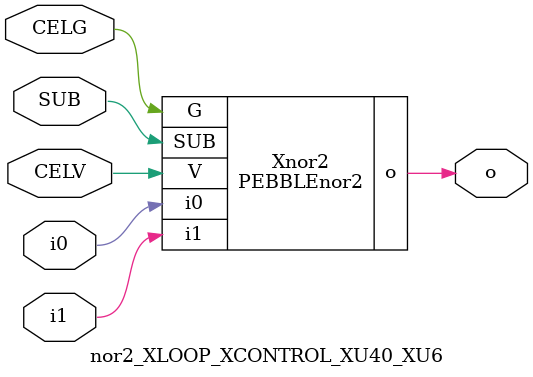
<source format=v>



module PEBBLEnor2 ( o, G, SUB, V, i0, i1 );

  input i0;
  input V;
  input i1;
  input G;
  output o;
  input SUB;
endmodule

//Celera Confidential Do Not Copy nor2_XLOOP_XCONTROL_XU40_XU6
//Celera Confidential Symbol Generator
//nor2
module nor2_XLOOP_XCONTROL_XU40_XU6 (CELV,CELG,i0,i1,o,SUB);
input CELV;
input CELG;
input i0;
input i1;
input SUB;
output o;

//Celera Confidential Do Not Copy nor2
PEBBLEnor2 Xnor2(
.V (CELV),
.i0 (i0),
.i1 (i1),
.o (o),
.SUB (SUB),
.G (CELG)
);
//,diesize,PEBBLEnor2

//Celera Confidential Do Not Copy Module End
//Celera Schematic Generator
endmodule

</source>
